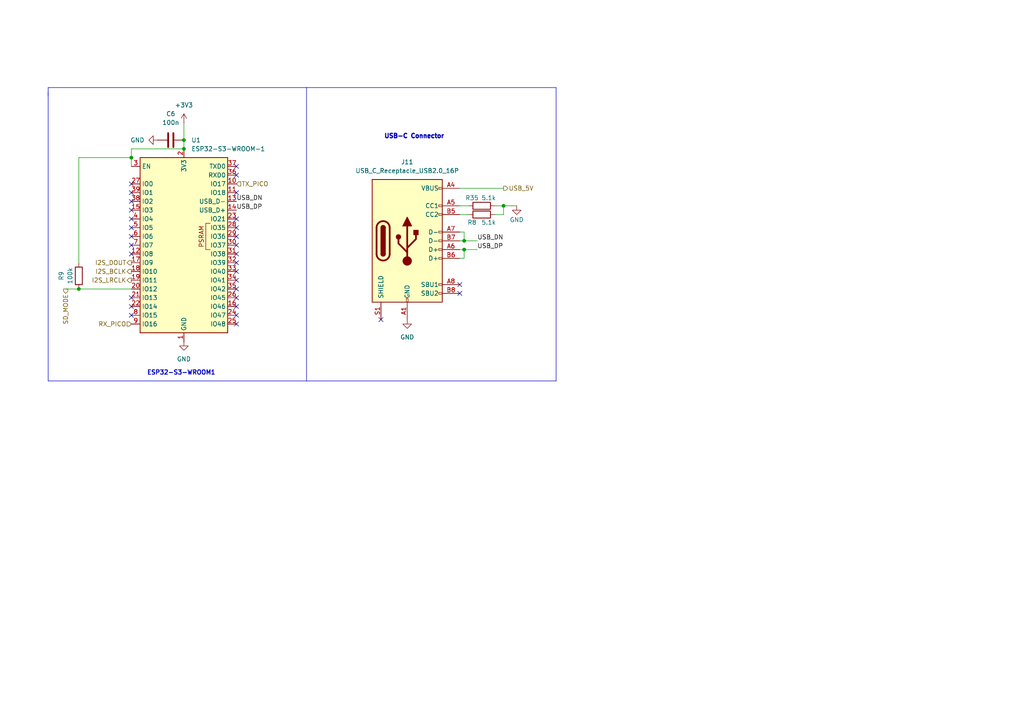
<source format=kicad_sch>
(kicad_sch (version 20250114) (generator "eeschema") (generator_version "9.0")
  (paper "A4")
  (lib_symbols
    (symbol "Connector:USB_C_Receptacle_USB2.0_16P" (pin_names (offset 1.016))
      (property "Reference" "J2" (at 0 22.86 0))
      (property "Value" "USB_C_Receptacle_USB2.0_16P" (at 0 20.32 0))
      (symbol "USB_C_Receptacle_USB2.0_16P_0_0"
        (rectangle (start -0.254 -17.78) (end 0.254 -16.764))
        (rectangle (start 10.16 15.494) (end 9.144 14.986))
        (rectangle (start 10.16 10.414) (end 9.144 9.906))
        (rectangle (start 10.16 7.874) (end 9.144 7.366))
        (rectangle (start 10.16 2.794) (end 9.144 2.286))
        (rectangle (start 10.16 0.254) (end 9.144 -0.254))
        (rectangle (start 10.16 -2.286) (end 9.144 -2.794))
        (rectangle (start 10.16 -4.826) (end 9.144 -5.334))
        (rectangle (start 10.16 -12.446) (end 9.144 -12.954))
        (rectangle (start 10.16 -14.986) (end 9.144 -15.494))
      )
      (symbol "USB_C_Receptacle_USB2.0_16P_0_1"
        (rectangle (start -10.16 17.78) (end 10.16 -17.78) (stroke (width 0.254)) (fill (type background)))
        (polyline (pts (xy -8.89 -3.81) (xy -8.89 3.81)) (stroke (width 0.508)))
        (rectangle (start -7.62 -3.81) (end -6.35 3.81) (stroke (width 0.254)) (fill (type outline)))
        (arc (start -7.62 3.81) (mid -6.985 4.4423) (end -6.35 3.81) (stroke (width 0.254)))
        (arc (start -7.62 3.81) (mid -6.985 4.4423) (end -6.35 3.81) (stroke (width 0.254)) (fill (type outline)))
        (arc (start -8.89 3.81) (mid -6.985 5.7067) (end -5.08 3.81) (stroke (width 0.508)))
        (arc (start -5.08 -3.81) (mid -6.985 -5.7067) (end -8.89 -3.81) (stroke (width 0.508)))
        (arc (start -6.35 -3.81) (mid -6.985 -4.4423) (end -7.62 -3.81) (stroke (width 0.254)))
        (arc (start -6.35 -3.81) (mid -6.985 -4.4423) (end -7.62 -3.81) (stroke (width 0.254)) (fill (type outline)))
        (polyline (pts (xy -5.08 3.81) (xy -5.08 -3.81)) (stroke (width 0.508)))
        (circle (center -2.54 1.143) (radius 0.635) (stroke (width 0.254)) (fill (type outline)))
        (polyline (pts (xy -1.27 4.318) (xy 0 6.858) (xy 1.27 4.318) (xy -1.27 4.318)) (stroke (width 0.254)) (fill (type outline)))
        (polyline (pts (xy 0 -2.032) (xy 2.54 0.508) (xy 2.54 1.778)) (stroke (width 0.508)))
        (polyline (pts (xy 0 -3.302) (xy -2.54 -0.762) (xy -2.54 0.508)) (stroke (width 0.508)))
        (polyline (pts (xy 0 -5.842) (xy 0 4.318)) (stroke (width 0.508)))
        (circle (center 0 -5.842) (radius 1.27) (fill (type outline)))
        (rectangle (start 1.905 1.778) (end 3.175 3.048) (stroke (width 0.254)) (fill (type outline)))
      )
      (symbol "USB_C_Receptacle_USB2.0_16P_1_1"
        (pin passive line (at -7.62 -22.86 90) (length 5.08) (name "SHIELD") (number "S1"))
        (pin passive line (at 0 -22.86 90) (length 5.08) (name "GND") (number "A1"))
        (pin passive line (at 0 -22.86 90) (length 5.08) (hide yes) (name "GND") (number "A12"))
        (pin passive line (at 0 -22.86 90) (length 5.08) (hide yes) (name "GND") (number "B1"))
        (pin passive line (at 0 -22.86 90) (length 5.08) (hide yes) (name "GND") (number "B12"))
        (pin passive line (at 15.24 15.24 180) (length 5.08) (name "VBUS") (number "A4"))
        (pin passive line (at 15.24 15.24 180) (length 5.08) (hide yes) (name "VBUS") (number "A9"))
        (pin passive line (at 15.24 15.24 180) (length 5.08) (hide yes) (name "VBUS") (number "B4"))
        (pin passive line (at 15.24 15.24 180) (length 5.08) (hide yes) (name "VBUS") (number "B9"))
        (pin bidirectional line (at 15.24 10.16 180) (length 5.08) (name "CC1") (number "A5"))
        (pin bidirectional line (at 15.24 7.62 180) (length 5.08) (name "CC2") (number "B5"))
        (pin bidirectional line (at 15.24 2.54 180) (length 5.08) (name "D-") (number "A7"))
        (pin bidirectional line (at 15.24 0 180) (length 5.08) (name "D-") (number "B7"))
        (pin bidirectional line (at 15.24 -2.54 180) (length 5.08) (name "D+") (number "A6"))
        (pin bidirectional line (at 15.24 -5.08 180) (length 5.08) (name "D+") (number "B6"))
        (pin bidirectional line (at 15.24 -12.7 180) (length 5.08) (name "SBU1") (number "A8"))
        (pin bidirectional line (at 15.24 -15.24 180) (length 5.08) (name "SBU2") (number "B8"))
      )
    )
    (symbol "Device:C" (pin_numbers (hide yes)) (pin_names (offset 0.254))
      (property "Reference" "C" (at 0.635 2.54 0))
      (property "Value" "C" (at 0.635 -2.54 0))
      (symbol "C_0_1"
        (polyline (pts (xy -2.032 0.762) (xy 2.032 0.762)) (stroke (width 0.508)))
        (polyline (pts (xy -2.032 -0.762) (xy 2.032 -0.762)) (stroke (width 0.508)))
      )
      (symbol "C_1_1"
        (pin passive line (at 0 3.81 270) (length 2.794) (name "~") (number "1"))
        (pin passive line (at 0 -3.81 90) (length 2.794) (name "~") (number "2"))
      )
    )
    (symbol "Device:R" (pin_numbers (hide yes)) (pin_names (offset 0))
      (property "Reference" "R" (at 2.032 0 90))
      (property "Value" "R" (at 0 0 90))
      (symbol "R_0_1"
        (rectangle (start -1.016 -2.54) (end 1.016 2.54) (stroke (width 0.254)))
      )
      (symbol "R_1_1"
        (pin passive line (at 0 3.81 270) (length 1.27) (name "~") (number "1"))
        (pin passive line (at 0 -3.81 90) (length 1.27) (name "~") (number "2"))
      )
    )
    (symbol "RF_Module:ESP32-S3-WROOM-1"
      (property "Reference" "U" (at -12.7 26.67 0))
      (property "Value" "ESP32-S3-WROOM-1" (at 12.7 26.67 0))
      (symbol "ESP32-S3-WROOM-1_0_0"
        (rectangle (start -12.7 25.4) (end 12.7 -25.4) (stroke (width 0.254)) (fill (type background)))
        (text "PSRAM" (at 5.08 2.54 900) (effects (font (size 1.27 1.27))))
      )
      (symbol "ESP32-S3-WROOM-1_0_1"
        (polyline (pts (xy 7.62 -1.27) (xy 6.35 -1.27) (xy 6.35 6.35) (xy 7.62 6.35)))
      )
      (symbol "ESP32-S3-WROOM-1_1_1"
        (pin input line (at -15.24 22.86 0) (length 2.54) (name "EN") (number "3"))
        (pin bidirectional line (at -15.24 17.78 0) (length 2.54) (name "IO0") (number "27"))
        (pin bidirectional line (at -15.24 15.24 0) (length 2.54) (name "IO1") (number "39"))
        (pin bidirectional line (at -15.24 12.7 0) (length 2.54) (name "IO2") (number "38"))
        (pin bidirectional line (at -15.24 10.16 0) (length 2.54) (name "IO3") (number "15"))
        (pin bidirectional line (at -15.24 7.62 0) (length 2.54) (name "IO4") (number "4"))
        (pin bidirectional line (at -15.24 5.08 0) (length 2.54) (name "IO5") (number "5"))
        (pin bidirectional line (at -15.24 2.54 0) (length 2.54) (name "IO6") (number "6"))
        (pin bidirectional line (at -15.24 0 0) (length 2.54) (name "IO7") (number "7"))
        (pin bidirectional line (at -15.24 -2.54 0) (length 2.54) (name "IO8") (number "12"))
        (pin bidirectional line (at -15.24 -5.08 0) (length 2.54) (name "IO9") (number "17"))
        (pin bidirectional line (at -15.24 -7.62 0) (length 2.54) (name "IO10") (number "18"))
        (pin bidirectional line (at -15.24 -10.16 0) (length 2.54) (name "IO11") (number "19"))
        (pin bidirectional line (at -15.24 -12.7 0) (length 2.54) (name "IO12") (number "20"))
        (pin bidirectional line (at -15.24 -15.24 0) (length 2.54) (name "IO13") (number "21"))
        (pin bidirectional line (at -15.24 -17.78 0) (length 2.54) (name "IO14") (number "22"))
        (pin bidirectional line (at -15.24 -20.32 0) (length 2.54) (name "IO15") (number "8"))
        (pin bidirectional line (at -15.24 -22.86 0) (length 2.54) (name "IO16") (number "9"))
        (pin power_in line (at 0 27.94 270) (length 2.54) (name "3V3") (number "2"))
        (pin power_in line (at 0 -27.94 90) (length 2.54) (name "GND") (number "1"))
        (pin passive line (at 0 -27.94 90) (length 2.54) (hide yes) (name "GND") (number "40"))
        (pin passive line (at 0 -27.94 90) (length 2.54) (hide yes) (name "GND") (number "41"))
        (pin bidirectional line (at 15.24 22.86 180) (length 2.54) (name "TXD0") (number "37"))
        (pin bidirectional line (at 15.24 20.32 180) (length 2.54) (name "RXD0") (number "36"))
        (pin bidirectional line (at 15.24 17.78 180) (length 2.54) (name "IO17") (number "10"))
        (pin bidirectional line (at 15.24 15.24 180) (length 2.54) (name "IO18") (number "11"))
        (pin bidirectional line (at 15.24 12.7 180) (length 2.54) (name "USB_D-") (number "13"))
        (pin bidirectional line (at 15.24 10.16 180) (length 2.54) (name "USB_D+") (number "14"))
        (pin bidirectional line (at 15.24 7.62 180) (length 2.54) (name "IO21") (number "23"))
        (pin bidirectional line (at 15.24 5.08 180) (length 2.54) (name "IO35") (number "28"))
        (pin bidirectional line (at 15.24 2.54 180) (length 2.54) (name "IO36") (number "29"))
        (pin bidirectional line (at 15.24 0 180) (length 2.54) (name "IO37") (number "30"))
        (pin bidirectional line (at 15.24 -2.54 180) (length 2.54) (name "IO38") (number "31"))
        (pin bidirectional line (at 15.24 -5.08 180) (length 2.54) (name "IO39") (number "32"))
        (pin bidirectional line (at 15.24 -7.62 180) (length 2.54) (name "IO40") (number "33"))
        (pin bidirectional line (at 15.24 -10.16 180) (length 2.54) (name "IO41") (number "34"))
        (pin bidirectional line (at 15.24 -12.7 180) (length 2.54) (name "IO42") (number "35"))
        (pin bidirectional line (at 15.24 -15.24 180) (length 2.54) (name "IO45") (number "26"))
        (pin bidirectional line (at 15.24 -17.78 180) (length 2.54) (name "IO46") (number "16"))
        (pin bidirectional line (at 15.24 -20.32 180) (length 2.54) (name "IO47") (number "24"))
        (pin bidirectional line (at 15.24 -22.86 180) (length 2.54) (name "IO48") (number "25"))
      )
    )
    (symbol "power:+3V3" (power) (pin_numbers (hide yes)) (pin_names (offset 0) (hide yes))
      (property "Value" "+3V3" (at 0 3.556 0))
      (symbol "+3V3_0_1"
        (polyline (pts (xy -0.762 1.27) (xy 0 2.54)))
        (polyline (pts (xy 0 2.54) (xy 0.762 1.27)))
        (polyline (pts (xy 0 0) (xy 0 2.54)))
      )
      (symbol "+3V3_1_1"
        (pin power_in line (at 0 0 90) (length 0) (name "~") (number "1"))
      )
    )
    (symbol "power:GND" (power) (pin_numbers (hide yes)) (pin_names (offset 0) (hide yes))
      (property "Value" "GND" (at 0 -3.81 0))
      (symbol "GND_0_1"
        (polyline (pts (xy 0 0) (xy 0 -1.27) (xy 1.27 -1.27) (xy 0 -2.54) (xy -1.27 -1.27) (xy 0 -1.27)))
      )
      (symbol "GND_1_1"
        (pin power_in line (at 0 0 270) (length 0) (name "~") (number "1"))
      )
    )
  )
  (text "ESP32-S3-WROOM1" (at 52.578 108.204 0) (effects (font (size 1.27 1.27) (thickness 0.254) (bold yes))))
  (text "USB-C Connector" (at 120.142 39.624 0) (effects (font (size 1.27 1.27) (thickness 0.4064) (bold yes))))
  (junction (at 38.1 45.72))
  (junction (at 134.62 72.39))
  (junction (at 134.62 69.85))
  (junction (at 53.34 43.18))
  (junction (at 22.86 83.82))
  (junction (at 146.05 59.69))
  (junction (at 53.34 40.64))
  (no_connect (at 38.1 86.36))
  (no_connect (at 68.58 83.82))
  (no_connect (at 38.1 55.88))
  (no_connect (at 68.58 63.5))
  (no_connect (at 68.58 78.74))
  (no_connect (at 38.1 68.58))
  (no_connect (at 38.1 53.34))
  (no_connect (at 133.35 82.55))
  (no_connect (at 68.58 68.58))
  (no_connect (at 68.58 71.12))
  (no_connect (at 38.1 60.96))
  (no_connect (at 38.1 91.44))
  (no_connect (at 68.58 88.9))
  (no_connect (at 68.58 66.04))
  (no_connect (at 68.58 81.28))
  (no_connect (at 38.1 71.12))
  (no_connect (at 68.58 50.8))
  (no_connect (at 68.58 73.66))
  (no_connect (at 68.58 91.44))
  (no_connect (at 68.58 86.36))
  (no_connect (at 133.35 85.09))
  (no_connect (at 68.58 76.2))
  (no_connect (at 68.58 48.26))
  (no_connect (at 38.1 73.66))
  (no_connect (at 38.1 88.9))
  (no_connect (at 38.1 66.04))
  (no_connect (at 38.1 58.42))
  (no_connect (at 68.58 55.88))
  (no_connect (at 68.58 93.98))
  (no_connect (at 110.49 92.71))
  (no_connect (at 38.1 63.5))
  (polyline (pts (xy 13.97 25.4) (xy 13.97 27.94)))
  (polyline (pts (xy 88.9 110.49) (xy 88.9 25.4)))
  (wire (pts (xy 19.05 83.82) (xy 22.86 83.82)))
  (wire (pts (xy 146.05 62.23) (xy 146.05 59.69)))
  (wire (pts (xy 143.51 59.69) (xy 146.05 59.69)))
  (wire (pts (xy 133.35 62.23) (xy 135.89 62.23)))
  (wire (pts (xy 134.62 69.85) (xy 134.62 67.31)))
  (wire (pts (xy 38.1 48.26) (xy 38.1 45.72)))
  (wire (pts (xy 134.62 69.85) (xy 138.43 69.85)))
  (polyline (pts (xy 13.97 110.49) (xy 88.9 110.49)))
  (wire (pts (xy 134.62 74.93) (xy 134.62 72.39)))
  (wire (pts (xy 133.35 59.69) (xy 135.89 59.69)))
  (wire (pts (xy 22.86 76.2) (xy 22.86 45.72)))
  (wire (pts (xy 133.35 74.93) (xy 134.62 74.93)))
  (wire (pts (xy 146.05 54.61) (xy 133.35 54.61)))
  (wire (pts (xy 146.05 59.69) (xy 149.86 59.69)))
  (wire (pts (xy 53.34 35.56) (xy 53.34 40.64)))
  (wire (pts (xy 133.35 69.85) (xy 134.62 69.85)))
  (wire (pts (xy 38.1 45.72) (xy 38.1 43.18)))
  (wire (pts (xy 53.34 40.64) (xy 53.34 43.18)))
  (wire (pts (xy 38.1 43.18) (xy 53.34 43.18)))
  (polyline (pts (xy 88.9 25.4) (xy 13.97 25.4)))
  (wire (pts (xy 22.86 45.72) (xy 38.1 45.72)))
  (wire (pts (xy 134.62 67.31) (xy 133.35 67.31)))
  (polyline (pts (xy 161.29 110.49) (xy 88.9 110.49)))
  (polyline (pts (xy 13.97 26.67) (xy 13.97 110.49)))
  (wire (pts (xy 134.62 72.39) (xy 133.35 72.39)))
  (wire (pts (xy 134.62 72.39) (xy 138.43 72.39)))
  (wire (pts (xy 22.86 83.82) (xy 38.1 83.82)))
  (wire (pts (xy 143.51 62.23) (xy 146.05 62.23)))
  (polyline (pts (xy 161.29 25.4) (xy 161.29 110.49)))
  (polyline (pts (xy 88.9 25.4) (xy 161.29 25.4)))
  (label "USB_DN" (at 138.43 69.85 0))
  (label "USB_DP" (at 138.43 72.39 0))
  (label "USB_DN" (at 68.58 58.42 0))
  (label "USB_DP" (at 68.58 60.96 0))
  (hierarchical_label "SD_MODE" (shape output) (at 19.05 83.82 270))
  (hierarchical_label "RX_PICO" (shape input) (at 38.1 93.98 180) (effects (font (thickness 0.1588))))
  (hierarchical_label "I2S_BCLK" (shape output) (at 38.1 78.74 180) (effects (font (thickness 0.1588))))
  (hierarchical_label "I2S_LRCLK" (shape output) (at 38.1 81.28 180) (effects (font (thickness 0.1588))))
  (hierarchical_label "I2S_DOUT" (shape output) (at 38.1 76.2 180) (effects (font (thickness 0.1588))))
  (hierarchical_label "USB_5V" (shape output) (at 146.05 54.61 0))
  (hierarchical_label "TX_PICO" (shape input) (at 68.58 53.34 0) (effects (font (thickness 0.1588))))
  (symbol (lib_id "Device:R") (at 22.86 80.01 0) (mirror y) (unit 1)
    (property "Reference" "R9" (at 17.78 80.01 90))
    (property "Value" "100k" (at 20.32 80.01 90))
    (property "Footprint" "Resistor_SMD:R_0603_1608Metric" (effects (hide yes)))
    (property "Description" "Resistor" (effects (hide yes)))
    (property "Mouser #" "603-RC0603FR-07100KL" (effects (hide yes)))
    (property "Mouser Link" "https://www.mouser.com/ProductDetail/YAGEO/RC0603FR-07100KL?qs=e1ok2LiJcmaihem8Va5%2Fsw%3D%3D&srsltid=AfmBOooOdyEJhW55T0bTHCn9x1S_hWTbTVBciwDqFDvXTF-M6ZtkL9r2" (effects (hide yes)))
    (property "JLCPCB #" "C14675" (effects (hide yes)))
    (property "Mouser Part Number" "603-RC0603FR-07100KL" (effects (hide yes)))
  )
  (symbol (lib_id "power:GND") (at 149.86 59.69 0) (unit 1)
    (property "Reference" "#PWR0110" (effects (hide yes)))
    (property "Value" "GND" (at 149.86 63.754 0))
  )
  (symbol (lib_id "Device:R") (at 139.7 59.69 90) (unit 1)
    (property "Reference" "R35" (at 136.906 57.404 90))
    (property "Value" "5.1k" (at 141.732 57.404 90))
    (property "Footprint" "Resistor_SMD:R_0603_1608Metric" (effects (hide yes)))
    (property "Description" "Resistor" (effects (hide yes)))
    (property "Mouser #" "71-CRCW0603-5.1K-E3" (effects (hide yes)))
    (property "Mouser Link" "https://www.mouser.com/ProductDetail/Vishay-Dale/CRCW06035K10FKEA?qs=pfqtYUWm1IVbeSxo5oKU9A%3D%3D" (effects (hide yes)))
    (property "JLCPCB #" "C23186" (effects (hide yes)))
    (property "Mouser Part Number" "71-CRCW0603-5.1K-E3" (effects (hide yes)))
  )
  (symbol (lib_id "power:GND") (at 45.72 40.64 270) (unit 1)
    (property "Reference" "#PWR02" (effects (hide yes)))
    (property "Value" "GND" (at 41.91 40.6399 90) (effects (justify right)))
    (property "Description" "Power symbol creates a global label with name \"GND\" , ground" (effects (hide yes)))
  )
  (symbol (lib_id "RF_Module:ESP32-S3-WROOM-1") (at 53.34 71.12 0) (unit 1)
    (property "Reference" "U1" (at 55.4833 40.64 0) (effects (justify left)))
    (property "Value" "ESP32-S3-WROOM-1" (at 55.4833 43.18 0) (effects (justify left)))
    (property "Footprint" "RF_Module:ESP32-S3-WROOM-1" (effects (hide yes)))
    (property "Datasheet" "https://www.espressif.com/sites/default/files/documentation/esp32-s3-wroom-1_wroom-1u_datasheet_en.pdf" (effects (hide yes)))
    (property "Description" "RF Module, ESP32-S3 SoC, Wi-Fi 802.11b/g/n, Bluetooth, BLE, 32-bit, 3.3V, onboard antenna, SMD" (effects (hide yes)))
    (property "JLCPCB #" "C2913199" (effects (hide yes)))
    (property "Mouser #" "356-ESP32S3WROOM1N16" (effects (hide yes)))
    (property "Mouser Link" "https://www.mouser.com/ProductDetail/Espressif-Systems/ESP32-S3-WROOM-1-N16?qs=Li%252BoUPsLEntjPrtJwwS5Pw%3D%3D&srsltid=AfmBOopSlMLfQhkN0zTx88Oe2dsqjcICRYAwsqaedtH3i9Ch7HosqKbF" (effects (hide yes)))
    (property "Mouser Part Number" "356-ESP32S3WROOM1N16" (effects (hide yes)))
  )
  (symbol (lib_id "Device:R") (at 139.7 62.23 90) (unit 1)
    (property "Reference" "R8" (at 136.906 64.516 90))
    (property "Value" "5.1k" (at 141.732 64.516 90))
    (property "Footprint" "Resistor_SMD:R_0603_1608Metric" (effects (hide yes)))
    (property "Description" "Resistor" (effects (hide yes)))
    (property "Mouser #" "71-CRCW0603-5.1K-E3" (effects (hide yes)))
    (property "Mouser Link" "https://www.mouser.com/ProductDetail/Vishay-Dale/CRCW06035K10FKEA?qs=pfqtYUWm1IVbeSxo5oKU9A%3D%3D" (effects (hide yes)))
    (property "JLCPCB #" "C23186" (effects (hide yes)))
    (property "Mouser Part Number" "71-CRCW0603-5.1K-E3" (effects (hide yes)))
  )
  (symbol (lib_id "power:GND") (at 118.11 92.71 0) (unit 1)
    (property "Reference" "#PWR0109" (effects (hide yes)))
    (property "Value" "GND" (at 118.11 97.79 0))
  )
  (symbol (lib_id "Device:C") (at 49.53 40.64 90) (unit 1)
    (property "Reference" "C6" (at 49.53 33.02 90))
    (property "Value" "100n" (at 49.53 35.56 90))
    (property "Footprint" "Capacitor_SMD:C_0603_1608Metric_Pad1.08x0.95mm_HandSolder" (effects (hide yes)))
    (property "Datasheet" "https://datasheets.kyocera-avx.com/AutoMLCCKAM.pdf" (effects (hide yes)))
    (property "Description" "Unpolarized capacitor" (effects (hide yes)))
    (property "Mouser #" "581-KAM15BR72A104KT" (effects (hide yes)))
    (property "Mouser Link" "https://www.mouser.com/ProductDetail/KYOCERA-AVX/KAM15BR72A104KT?qs=Jm2GQyTW%2Fbivdeq3a3Ovhw%3D%3D" (effects (hide yes)))
    (property "JLCPCB #" "C14663" (effects (hide yes)))
    (property "Mouser Part Number" "581-KAM15BR72A104KT" (effects (hide yes)))
  )
  (symbol (lib_id "Connector:USB_C_Receptacle_USB2.0_16P") (at 118.11 69.85 0) (unit 1)
    (property "Reference" "J11" (at 118.11 46.99 0))
    (property "Value" "USB_C_Receptacle_USB2.0_16P" (at 118.11 49.53 0))
    (property "Footprint" "0_LHRE_Footprints:USB-C_2.0_Receptacle" (effects (hide yes)))
    (property "Datasheet" "https://www.mouser.com/datasheet/2/837/Global_Connector_Technology_usb4105-3106202.pdf" (effects (hide yes)))
    (property "Description" "USB 2.0-only 16P Type-C Receptacle connector" (effects (hide yes)))
    (property "Mouser #" "640-USB4105-GF-A" (effects (hide yes)))
    (property "Mouser Link" "https://www.mouser.com/ProductDetail/GCT/USB4105-GF-A?qs=KUoIvG%2F9IlY%2FMLlBMpStpA%3D%3D" (effects (hide yes)))
    (property "JLCPCB #" "C2982555" (effects (hide yes)))
    (property "Mouser Part Number" "640-USB4105-GF-A" (effects (hide yes)))
  )
  (symbol (lib_id "power:GND") (at 53.34 99.06 0) (unit 1)
    (property "Reference" "#PWR03" (effects (hide yes)))
    (property "Value" "GND" (at 53.34 104.14 0))
    (property "Description" "Power symbol creates a global label with name \"GND\" , ground" (effects (hide yes)))
  )
  (symbol (lib_id "power:+3V3") (at 53.34 35.56 0) (unit 1)
    (property "Reference" "#PWR01" (effects (hide yes)))
    (property "Value" "+3V3" (at 53.34 30.48 0))
    (property "Description" "Power symbol creates a global label with name \"+3V3\"" (effects (hide yes)))
  )
)
</source>
